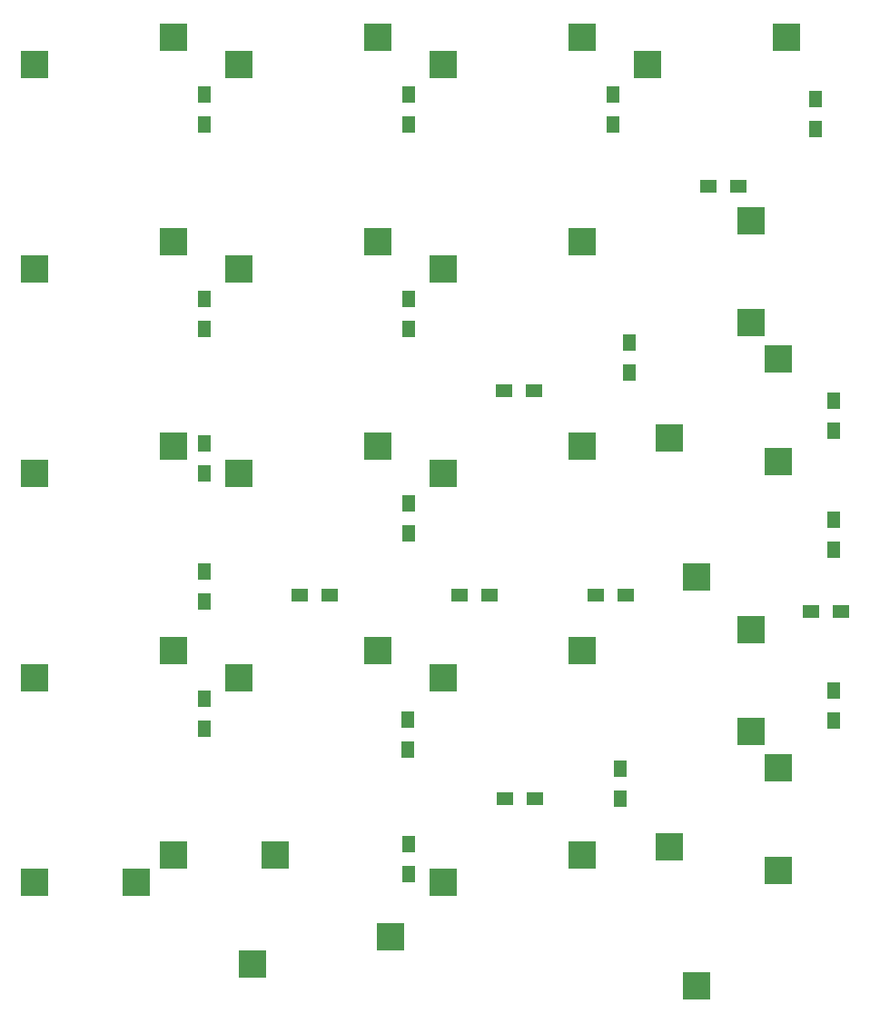
<source format=gbp>
%TF.GenerationSoftware,KiCad,Pcbnew,(5.99.0-12610-g07e01e6297)*%
%TF.CreationDate,2021-10-01T22:53:11+01:00*%
%TF.ProjectId,Envoy,456e766f-792e-46b6-9963-61645f706362,rev?*%
%TF.SameCoordinates,Original*%
%TF.FileFunction,Paste,Bot*%
%TF.FilePolarity,Positive*%
%FSLAX46Y46*%
G04 Gerber Fmt 4.6, Leading zero omitted, Abs format (unit mm)*
G04 Created by KiCad (PCBNEW (5.99.0-12610-g07e01e6297)) date 2021-10-01 22:53:11*
%MOMM*%
%LPD*%
G01*
G04 APERTURE LIST*
%ADD10R,1.200000X1.600000*%
%ADD11R,1.600000X1.200000*%
%ADD12R,2.550000X2.500000*%
%ADD13R,2.500000X2.550000*%
G04 APERTURE END LIST*
D10*
%TO.C,D1*%
X118268750Y-57756250D03*
X118268750Y-54956250D03*
%TD*%
%TO.C,D2*%
X137318750Y-57756250D03*
X137318750Y-54956250D03*
%TD*%
%TO.C,D3*%
X156368750Y-57756250D03*
X156368750Y-54956250D03*
%TD*%
D11*
%TO.C,D4*%
X165287500Y-63500000D03*
X168087500Y-63500000D03*
%TD*%
D10*
%TO.C,D5*%
X118268750Y-76806250D03*
X118268750Y-74006250D03*
%TD*%
%TO.C,D6*%
X137318750Y-76806250D03*
X137318750Y-74006250D03*
%TD*%
D11*
%TO.C,D7*%
X146237500Y-82550000D03*
X149037500Y-82550000D03*
%TD*%
D10*
%TO.C,D8*%
X157900000Y-80900000D03*
X157900000Y-78100000D03*
%TD*%
%TO.C,D9*%
X118268750Y-90300000D03*
X118268750Y-87500000D03*
%TD*%
%TO.C,D10*%
X137318750Y-95856250D03*
X137318750Y-93056250D03*
%TD*%
D11*
%TO.C,D11*%
X142110000Y-101600000D03*
X144910000Y-101600000D03*
%TD*%
%TO.C,D12*%
X154810000Y-101600000D03*
X157610000Y-101600000D03*
%TD*%
D10*
%TO.C,D15*%
X137300000Y-116000000D03*
X137300000Y-113200000D03*
%TD*%
%TO.C,D17*%
X118268750Y-114112500D03*
X118268750Y-111312500D03*
%TD*%
%TO.C,D18*%
X137318750Y-127606250D03*
X137318750Y-124806250D03*
%TD*%
%TO.C,D22*%
X177006250Y-83531250D03*
X177006250Y-86331250D03*
%TD*%
D12*
%TO.C,MX1*%
X102452500Y-52228750D03*
X115379500Y-49688750D03*
%TD*%
%TO.C,MX2*%
X121502500Y-52228750D03*
X134429500Y-49688750D03*
%TD*%
%TO.C,MX3*%
X140552500Y-52228750D03*
X153479500Y-49688750D03*
%TD*%
%TO.C,MX4*%
X159602500Y-52228750D03*
X172529500Y-49688750D03*
%TD*%
%TO.C,MX5*%
X102452500Y-71278750D03*
X115379500Y-68738750D03*
%TD*%
%TO.C,MX7*%
X140552500Y-71278750D03*
X153479500Y-68738750D03*
%TD*%
D13*
%TO.C,MX8*%
X169227500Y-66733750D03*
X171767500Y-79660750D03*
%TD*%
D12*
%TO.C,MX9*%
X102452500Y-90328750D03*
X115379500Y-87788750D03*
%TD*%
%TO.C,MX10*%
X121502500Y-90328750D03*
X134429500Y-87788750D03*
%TD*%
%TO.C,MX11*%
X140552500Y-90328750D03*
X153479500Y-87788750D03*
%TD*%
D13*
%TO.C,MX12*%
X164147500Y-99953750D03*
X161607500Y-87026750D03*
%TD*%
D12*
%TO.C,MX13*%
X102452500Y-109378750D03*
X115379500Y-106838750D03*
%TD*%
%TO.C,MX15*%
X140552500Y-109378750D03*
X153479500Y-106838750D03*
%TD*%
D13*
%TO.C,MX16*%
X169227500Y-104833750D03*
X171767500Y-117760750D03*
%TD*%
D12*
%TO.C,MX17*%
X102452500Y-128428750D03*
X115379500Y-125888750D03*
%TD*%
%TO.C,MX18*%
X122745500Y-136048750D03*
X135672500Y-133508750D03*
%TD*%
D13*
%TO.C,MX20*%
X164147500Y-138053750D03*
X161607500Y-125126750D03*
%TD*%
D12*
%TO.C,MX19*%
X140552500Y-128428750D03*
X153479500Y-125888750D03*
%TD*%
D13*
%TO.C,MX16-2u1*%
X169227500Y-114358750D03*
X171767500Y-127285750D03*
%TD*%
D12*
%TO.C,MX17-2u1*%
X111977500Y-128428750D03*
X124904500Y-125888750D03*
%TD*%
D13*
%TO.C,MX8-2u1*%
X169227500Y-76258750D03*
X171767500Y-89185750D03*
%TD*%
D12*
%TO.C,MX6*%
X121502500Y-71278750D03*
X134429500Y-68738750D03*
%TD*%
D10*
%TO.C,D13*%
X118268750Y-102206250D03*
X118268750Y-99406250D03*
%TD*%
D12*
%TO.C,MX14*%
X121502500Y-109378750D03*
X134429500Y-106838750D03*
%TD*%
D10*
%TO.C,D24*%
X177006250Y-110518750D03*
X177006250Y-113318750D03*
%TD*%
%TO.C,D21*%
X175260000Y-58169000D03*
X175260000Y-55369000D03*
%TD*%
%TO.C,D23*%
X177006250Y-94643750D03*
X177006250Y-97443750D03*
%TD*%
D11*
%TO.C,D14*%
X127200000Y-101600000D03*
X130000000Y-101600000D03*
%TD*%
D10*
%TO.C,D20*%
X157100000Y-120600000D03*
X157100000Y-117800000D03*
%TD*%
D11*
%TO.C,D19*%
X146300000Y-120600000D03*
X149100000Y-120600000D03*
%TD*%
%TO.C,D16*%
X174812500Y-103187500D03*
X177612500Y-103187500D03*
%TD*%
M02*

</source>
